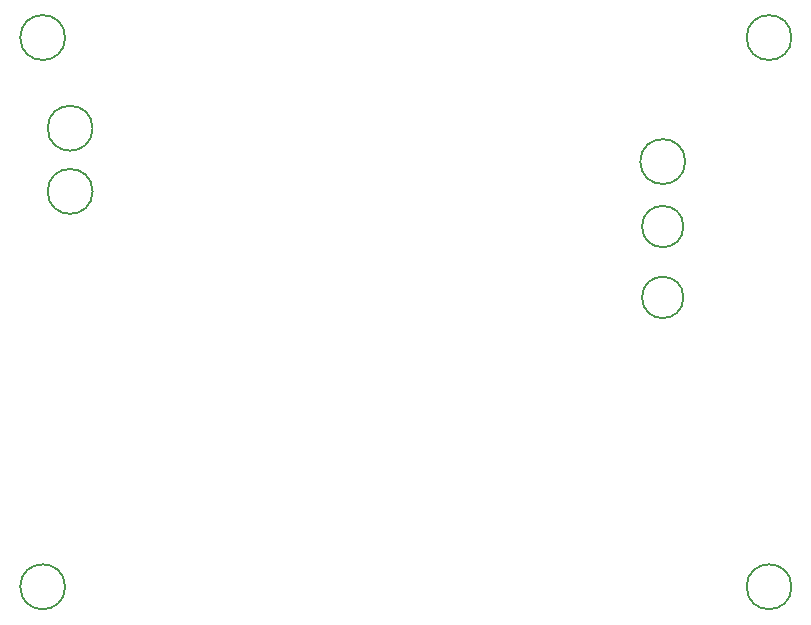
<source format=gbr>
%TF.GenerationSoftware,KiCad,Pcbnew,5.1.10*%
%TF.CreationDate,2021-07-22T01:23:26+02:00*%
%TF.ProjectId,9v-preamp,39762d70-7265-4616-9d70-2e6b69636164,rev?*%
%TF.SameCoordinates,Original*%
%TF.FileFunction,Other,Comment*%
%FSLAX46Y46*%
G04 Gerber Fmt 4.6, Leading zero omitted, Abs format (unit mm)*
G04 Created by KiCad (PCBNEW 5.1.10) date 2021-07-22 01:23:26*
%MOMM*%
%LPD*%
G01*
G04 APERTURE LIST*
%ADD10C,0.150000*%
G04 APERTURE END LIST*
D10*
%TO.C,J8*%
X47400000Y-89000000D02*
G75*
G03*
X47400000Y-89000000I-1900000J0D01*
G01*
%TO.C,J9*%
X108900000Y-89000000D02*
G75*
G03*
X108900000Y-89000000I-1900000J0D01*
G01*
%TO.C,J7*%
X108900000Y-135500000D02*
G75*
G03*
X108900000Y-135500000I-1900000J0D01*
G01*
%TO.C,J6*%
X47400000Y-135500000D02*
G75*
G03*
X47400000Y-135500000I-1900000J0D01*
G01*
%TO.C,J2*%
X49725000Y-96675000D02*
G75*
G03*
X49725000Y-96675000I-1900000J0D01*
G01*
%TO.C,J1*%
X49725000Y-102025000D02*
G75*
G03*
X49725000Y-102025000I-1900000J0D01*
G01*
%TO.C,J3*%
X99750000Y-105000000D02*
G75*
G03*
X99750000Y-105000000I-1750000J0D01*
G01*
%TO.C,J4*%
X99750000Y-111000000D02*
G75*
G03*
X99750000Y-111000000I-1750000J0D01*
G01*
%TO.C,J5*%
X99900000Y-99500000D02*
G75*
G03*
X99900000Y-99500000I-1900000J0D01*
G01*
%TD*%
M02*

</source>
